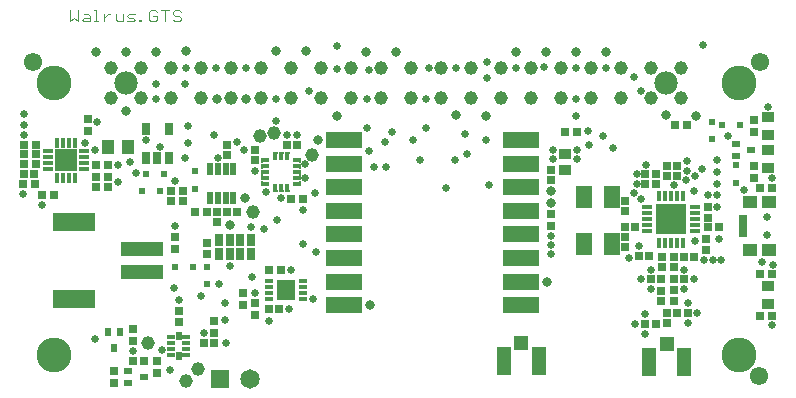
<source format=gts>
G04 Layer_Color=12517567*
%FSLAX43Y43*%
%MOMM*%
G71*
G01*
G75*
%ADD58C,0.125*%
%ADD62C,0.800*%
%ADD63C,0.635*%
%ADD66R,0.450X0.950*%
%ADD67R,0.950X0.450*%
%ADD68R,2.550X2.550*%
%ADD69R,1.925X1.925*%
%ADD70R,0.925X0.425*%
%ADD71R,0.425X0.925*%
%ADD72R,3.550X1.650*%
%ADD73R,3.650X1.150*%
%ADD74R,0.700X1.850*%
%ADD75R,1.150X1.050*%
%ADD76R,0.750X0.650*%
%ADD77R,0.750X0.750*%
%ADD78R,0.675X0.660*%
%ADD79R,1.050X1.150*%
%ADD80R,0.650X0.750*%
%ADD81R,0.750X1.050*%
%ADD82R,0.600X0.470*%
%ADD83R,0.470X0.600*%
%ADD84R,0.660X0.675*%
%ADD85R,0.700X1.000*%
%ADD86R,0.750X0.750*%
%ADD87R,0.705X0.425*%
%ADD88R,0.475X0.755*%
%ADD89R,0.550X0.650*%
%ADD90R,0.650X0.550*%
%ADD91R,1.500X1.700*%
%ADD92R,0.750X0.400*%
%ADD93R,0.422X0.550*%
%ADD94R,0.550X0.422*%
%ADD95R,0.600X1.050*%
%ADD96R,3.150X1.350*%
%ADD97R,0.690X0.650*%
%ADD98R,1.050X0.950*%
%ADD99R,0.650X0.690*%
%ADD100R,1.150X1.200*%
%ADD101R,1.200X2.350*%
%ADD102C,1.550*%
%ADD103R,1.350X1.950*%
%ADD104R,1.050X0.850*%
%ADD105C,2.950*%
%ADD106C,1.150*%
%ADD107C,1.650*%
%ADD108R,1.650X1.650*%
%ADD109C,1.980*%
%ADD110C,1.170*%
G36*
X21225Y18287D02*
X21040D01*
X21040Y18712D01*
X21225D01*
X21225Y18287D01*
D02*
G37*
G36*
X24460Y17788D02*
X24275D01*
X24275Y18212D01*
X24460D01*
X24460Y17788D01*
D02*
G37*
G36*
X21225Y18787D02*
X21040D01*
X21040Y19212D01*
X21225D01*
X21225Y18787D01*
D02*
G37*
G36*
X24460Y18288D02*
X24275D01*
X24275Y18712D01*
X24460D01*
X24460Y18288D01*
D02*
G37*
G36*
X22962Y17290D02*
X22538Y17290D01*
Y17475D01*
X22962D01*
Y17290D01*
D02*
G37*
G36*
X22462D02*
X22038Y17290D01*
X22038Y17475D01*
X22462Y17475D01*
Y17290D01*
D02*
G37*
G36*
X21225Y17787D02*
X21040Y17787D01*
X21040Y18212D01*
X21225Y18212D01*
Y17787D01*
D02*
G37*
G36*
X23462Y17290D02*
X23038Y17290D01*
Y17475D01*
X23462D01*
Y17290D01*
D02*
G37*
G36*
X22462Y20710D02*
Y20525D01*
X22038Y20525D01*
X22038Y20710D01*
X22462Y20710D01*
D02*
G37*
G36*
X24460Y20212D02*
X24460Y19787D01*
X24275Y19788D01*
X24275Y20212D01*
X24460Y20212D01*
D02*
G37*
G36*
X23462Y20710D02*
Y20525D01*
X23038Y20525D01*
X23038Y20710D01*
X23462Y20710D01*
D02*
G37*
G36*
X22962D02*
Y20525D01*
X22538Y20525D01*
X22538Y20710D01*
X22962Y20710D01*
D02*
G37*
G36*
X21225Y19287D02*
X21040D01*
X21040Y19712D01*
X21225D01*
X21225Y19287D01*
D02*
G37*
G36*
X24460Y18788D02*
X24275D01*
X24275Y19212D01*
X24460D01*
X24460Y18788D01*
D02*
G37*
G36*
X21225Y19787D02*
X21040D01*
X21040Y20212D01*
X21225D01*
X21225Y19787D01*
D02*
G37*
G36*
X24460Y19288D02*
X24275D01*
X24275Y19712D01*
X24460D01*
X24460Y19288D01*
D02*
G37*
D58*
X4900Y32750D02*
Y31750D01*
X5233Y32083D01*
X5566Y31750D01*
Y32750D01*
X6066Y32416D02*
X6400D01*
X6566Y32250D01*
Y31750D01*
X6066D01*
X5900Y31917D01*
X6066Y32083D01*
X6566D01*
X6899Y31750D02*
X7233D01*
X7066D01*
Y32750D01*
X6899D01*
X7732Y32416D02*
Y31750D01*
Y32083D01*
X7899Y32250D01*
X8066Y32416D01*
X8232D01*
X8732D02*
Y31917D01*
X8899Y31750D01*
X9399D01*
Y32416D01*
X9732Y31750D02*
X10232D01*
X10398Y31917D01*
X10232Y32083D01*
X9898D01*
X9732Y32250D01*
X9898Y32416D01*
X10398D01*
X10731Y31750D02*
Y31917D01*
X10898D01*
Y31750D01*
X10731D01*
X12231Y32583D02*
X12064Y32750D01*
X11731D01*
X11565Y32583D01*
Y31917D01*
X11731Y31750D01*
X12064D01*
X12231Y31917D01*
Y32250D01*
X11898D01*
X12564Y32750D02*
X13231D01*
X12897D01*
Y31750D01*
X14230Y32583D02*
X14064Y32750D01*
X13730D01*
X13564Y32583D01*
Y32416D01*
X13730Y32250D01*
X14064D01*
X14230Y32083D01*
Y31917D01*
X14064Y31750D01*
X13730D01*
X13564Y31917D01*
D62*
X45250Y9725D02*
D03*
X30250Y7725D02*
D03*
X25900Y21725D02*
D03*
X27450Y23775D02*
D03*
X12185Y29175D02*
D03*
X7095D02*
D03*
X9635D02*
D03*
X40125Y23785D02*
D03*
X37580Y23790D02*
D03*
X57905Y23785D02*
D03*
X55360Y23790D02*
D03*
X24885Y29225D02*
D03*
X22340Y29230D02*
D03*
X14725Y29225D02*
D03*
X45575Y16400D02*
D03*
Y17425D02*
D03*
X18400Y14525D02*
D03*
X19700Y16825D02*
D03*
X17275Y25200D02*
D03*
X19775D02*
D03*
X9650Y24175D02*
D03*
X29950Y29175D02*
D03*
X32500D02*
D03*
X42650D02*
D03*
X45200D02*
D03*
X47750D02*
D03*
X50275D02*
D03*
D63*
X60600Y22050D02*
D03*
X63500Y11400D02*
D03*
X21275Y14175D02*
D03*
X24600Y15825D02*
D03*
Y12875D02*
D03*
X27450Y27740D02*
D03*
X27475Y29700D02*
D03*
X20200Y14375D02*
D03*
X36725Y17675D02*
D03*
X11325Y21700D02*
D03*
X8975Y19600D02*
D03*
X13663Y9212D02*
D03*
X40325Y17925D02*
D03*
X49975Y22025D02*
D03*
X53175Y25825D02*
D03*
X45000Y27900D02*
D03*
X52625Y27025D02*
D03*
X52850Y18825D02*
D03*
X60025Y11575D02*
D03*
X47800Y20100D02*
D03*
X57075Y19900D02*
D03*
X56000Y17900D02*
D03*
X59300Y11575D02*
D03*
X58575D02*
D03*
X57750Y13175D02*
D03*
X52850Y18000D02*
D03*
X47800Y20900D02*
D03*
X48750Y22450D02*
D03*
X45800Y20900D02*
D03*
X57075Y19075D02*
D03*
X57050Y18300D02*
D03*
X53600Y19575D02*
D03*
X6150Y21500D02*
D03*
X7000Y20850D02*
D03*
X2525Y16250D02*
D03*
X23550Y10700D02*
D03*
X23425Y7400D02*
D03*
X21700Y6400D02*
D03*
X16175Y5400D02*
D03*
X24130Y22125D02*
D03*
X23250D02*
D03*
X20500Y19125D02*
D03*
X19625Y20875D02*
D03*
X33900Y21700D02*
D03*
X9975Y19825D02*
D03*
X53200Y16700D02*
D03*
X55750Y15000D02*
D03*
X55000Y14250D02*
D03*
X56500Y14250D02*
D03*
X56500Y15750D02*
D03*
X55000Y15750D02*
D03*
X59625Y16025D02*
D03*
Y17025D02*
D03*
Y18025D02*
D03*
X58850Y17025D02*
D03*
X45800Y20100D02*
D03*
X45575Y12100D02*
D03*
Y12850D02*
D03*
Y13600D02*
D03*
X59625Y20025D02*
D03*
Y19025D02*
D03*
X59825Y13325D02*
D03*
X64300Y6050D02*
D03*
X64000Y24525D02*
D03*
X14075Y8175D02*
D03*
X20500Y8750D02*
D03*
X18050Y4550D02*
D03*
X18400Y11075D02*
D03*
X13750Y14400D02*
D03*
X21500Y17300D02*
D03*
X22750Y16775D02*
D03*
X10175Y3850D02*
D03*
X25450Y8250D02*
D03*
X35300Y27800D02*
D03*
X32175Y22375D02*
D03*
X31550Y21550D02*
D03*
X30625Y19400D02*
D03*
X31625D02*
D03*
X47725Y23775D02*
D03*
X64300Y18475D02*
D03*
X19025Y21575D02*
D03*
X17050Y22150D02*
D03*
X52600Y17250D02*
D03*
X57725Y17400D02*
D03*
X61900Y17500D02*
D03*
X64425Y11125D02*
D03*
X58500Y29750D02*
D03*
X48825Y21275D02*
D03*
X12625Y3925D02*
D03*
X58375Y19300D02*
D03*
X57775Y18650D02*
D03*
X50850Y21000D02*
D03*
X14875Y21450D02*
D03*
Y22925D02*
D03*
X17400Y20225D02*
D03*
X22375Y14950D02*
D03*
X24750Y18500D02*
D03*
Y19650D02*
D03*
X12450Y21125D02*
D03*
X7175Y23275D02*
D03*
X975Y22175D02*
D03*
Y23025D02*
D03*
Y23875D02*
D03*
X925Y17150D02*
D03*
X8950Y18150D02*
D03*
X53020Y12750D02*
D03*
X53220Y9925D02*
D03*
X54045Y9100D02*
D03*
X54045Y10750D02*
D03*
X53570Y6950D02*
D03*
X53570Y5300D02*
D03*
X52745Y6125D02*
D03*
X57155Y6225D02*
D03*
X57155Y7875D02*
D03*
X57980Y7050D02*
D03*
X56865Y9100D02*
D03*
X56865Y10750D02*
D03*
X57690Y9925D02*
D03*
X22350Y23350D02*
D03*
X38350Y22250D02*
D03*
X40125Y21675D02*
D03*
X40150Y26950D02*
D03*
Y28300D02*
D03*
X30200Y27675D02*
D03*
X13376Y2251D02*
D03*
X6950Y4900D02*
D03*
X30200Y20800D02*
D03*
X34500Y20000D02*
D03*
X38500Y20500D02*
D03*
X37500Y20000D02*
D03*
X35025Y25225D02*
D03*
X29975D02*
D03*
X35025Y22725D02*
D03*
X29975D02*
D03*
X47725Y25225D02*
D03*
X22325D02*
D03*
X18000Y6500D02*
D03*
Y7900D02*
D03*
X20300Y10100D02*
D03*
X16000Y8500D02*
D03*
X17500Y9500D02*
D03*
X25700Y12200D02*
D03*
X25600Y17200D02*
D03*
X14600Y20200D02*
D03*
X63850Y15200D02*
D03*
Y13700D02*
D03*
X10500Y18900D02*
D03*
X13750Y18250D02*
D03*
X37550Y27775D02*
D03*
X42650D02*
D03*
X47725D02*
D03*
X50250D02*
D03*
X12150Y25225D02*
D03*
Y26475D02*
D03*
X14650D02*
D03*
X14700Y27775D02*
D03*
X17250D02*
D03*
X19775D02*
D03*
X25100Y25900D02*
D03*
X52200Y11725D02*
D03*
D66*
X56750Y17000D02*
D03*
X56250D02*
D03*
X55750D02*
D03*
X55250D02*
D03*
X54750D02*
D03*
Y13000D02*
D03*
X55250D02*
D03*
X55750D02*
D03*
X56250D02*
D03*
X56750D02*
D03*
D67*
X53750Y16000D02*
D03*
Y15500D02*
D03*
Y15000D02*
D03*
Y14500D02*
D03*
Y14000D02*
D03*
X57750D02*
D03*
Y14500D02*
D03*
Y15000D02*
D03*
Y15500D02*
D03*
Y16000D02*
D03*
D68*
X55750Y15000D02*
D03*
D69*
X4550Y20000D02*
D03*
D70*
X3050Y19250D02*
D03*
Y19750D02*
D03*
X6050Y19750D02*
D03*
Y19250D02*
D03*
Y20250D02*
D03*
Y20750D02*
D03*
X3050D02*
D03*
X3050Y20250D02*
D03*
D71*
X3800Y18500D02*
D03*
X4300D02*
D03*
X4800D02*
D03*
X5300D02*
D03*
Y21500D02*
D03*
X4800Y21500D02*
D03*
X4300D02*
D03*
X3800D02*
D03*
D72*
X5250Y14750D02*
D03*
X5250Y8250D02*
D03*
D73*
X11000Y10500D02*
D03*
Y12500D02*
D03*
D74*
X61825Y14450D02*
D03*
D75*
X62450Y12400D02*
D03*
X64050D02*
D03*
Y16500D02*
D03*
X62450D02*
D03*
D76*
X975Y21325D02*
D03*
X1975D02*
D03*
D77*
Y20525D02*
D03*
X975D02*
D03*
X1975Y19675D02*
D03*
X975D02*
D03*
X925Y18000D02*
D03*
X1925D02*
D03*
X2525Y17100D02*
D03*
X3525D02*
D03*
X7100Y18600D02*
D03*
X8100D02*
D03*
X7100Y17700D02*
D03*
X8100D02*
D03*
X8100Y19600D02*
D03*
X7100D02*
D03*
X14400Y17425D02*
D03*
X13400D02*
D03*
Y16525D02*
D03*
X14400D02*
D03*
X16475Y15625D02*
D03*
X15475D02*
D03*
X21700Y10700D02*
D03*
X22700D02*
D03*
X10175Y3000D02*
D03*
X11175D02*
D03*
X23600Y16700D02*
D03*
X24600D02*
D03*
X47800Y22425D02*
D03*
X46800D02*
D03*
X58850Y14325D02*
D03*
X59850Y14325D02*
D03*
X63300Y10350D02*
D03*
X64300D02*
D03*
X63300Y6850D02*
D03*
X64300D02*
D03*
X63300Y17625D02*
D03*
X64300D02*
D03*
X56125Y23025D02*
D03*
X57125Y23025D02*
D03*
D78*
X1855Y18825D02*
D03*
X975Y18825D02*
D03*
X18125Y15625D02*
D03*
X19005D02*
D03*
X16175Y4550D02*
D03*
X17055D02*
D03*
X21700Y7400D02*
D03*
X22580Y7400D02*
D03*
X23250Y21275D02*
D03*
X24130D02*
D03*
X53595Y18825D02*
D03*
X54475Y18825D02*
D03*
Y18000D02*
D03*
X53595D02*
D03*
X56300Y19500D02*
D03*
X55420D02*
D03*
Y18650D02*
D03*
X56300D02*
D03*
X57705Y11800D02*
D03*
X56825D02*
D03*
X57155Y7050D02*
D03*
X56275D02*
D03*
X54045Y9925D02*
D03*
X54925D02*
D03*
X53020Y11925D02*
D03*
X53900D02*
D03*
X51845Y14375D02*
D03*
X52725D02*
D03*
X53570Y6125D02*
D03*
X54450Y6125D02*
D03*
D79*
X9800Y21100D02*
D03*
X8100D02*
D03*
D80*
X6375Y23475D02*
D03*
Y22475D02*
D03*
X13750Y13500D02*
D03*
X13750Y12500D02*
D03*
X45575Y14425D02*
D03*
Y15425D02*
D03*
D81*
X11325Y20175D02*
D03*
X12275D02*
D03*
X13225D02*
D03*
X13225Y22675D02*
D03*
X11325Y22675D02*
D03*
D82*
X12825Y18875D02*
D03*
X11325Y18875D02*
D03*
X12450Y17430D02*
D03*
X10950D02*
D03*
X13750Y11000D02*
D03*
X15250D02*
D03*
X60100Y22975D02*
D03*
X61600D02*
D03*
D83*
X15475Y17600D02*
D03*
Y19100D02*
D03*
X16450Y11000D02*
D03*
Y9500D02*
D03*
X61250Y19600D02*
D03*
Y18100D02*
D03*
X59200Y21775D02*
D03*
Y23275D02*
D03*
D84*
X17325Y15625D02*
D03*
Y14745D02*
D03*
X16450Y12075D02*
D03*
Y12955D02*
D03*
X20500Y20000D02*
D03*
Y20880D02*
D03*
X18200Y20425D02*
D03*
X18200Y21305D02*
D03*
X58850Y16030D02*
D03*
X58850Y15150D02*
D03*
X58750Y13305D02*
D03*
X58750Y12425D02*
D03*
X55975Y11800D02*
D03*
X55975Y10920D02*
D03*
X56025Y8975D02*
D03*
X56025Y8095D02*
D03*
X55025Y11800D02*
D03*
Y10920D02*
D03*
X51850Y13500D02*
D03*
Y12620D02*
D03*
Y15675D02*
D03*
Y16555D02*
D03*
D85*
X20200Y12075D02*
D03*
X19300D02*
D03*
X18400D02*
D03*
X17500D02*
D03*
X17500Y13275D02*
D03*
X18400Y13275D02*
D03*
X19300Y13275D02*
D03*
X20200Y13275D02*
D03*
D86*
X14075Y6275D02*
D03*
Y7275D02*
D03*
X17100Y6400D02*
D03*
Y5400D02*
D03*
X10175Y4725D02*
D03*
X10175Y5725D02*
D03*
X8600Y2175D02*
D03*
Y1175D02*
D03*
X12275Y3000D02*
D03*
Y2000D02*
D03*
X19500Y8750D02*
D03*
Y7750D02*
D03*
X20500Y7875D02*
D03*
Y6875D02*
D03*
X62800Y19500D02*
D03*
Y18500D02*
D03*
Y22425D02*
D03*
Y23425D02*
D03*
D87*
X14720Y3550D02*
D03*
X13450Y5050D02*
D03*
Y4550D02*
D03*
Y4050D02*
D03*
Y3550D02*
D03*
X14720Y4050D02*
D03*
Y4550D02*
D03*
Y5050D02*
D03*
D88*
X14085Y3440D02*
D03*
Y5160D02*
D03*
D89*
X9100Y5425D02*
D03*
X8100D02*
D03*
X8600Y4125D02*
D03*
D90*
X9800Y2175D02*
D03*
Y1175D02*
D03*
X11100Y1675D02*
D03*
X61250Y21350D02*
D03*
Y20350D02*
D03*
X62550Y20850D02*
D03*
D91*
X23150Y9000D02*
D03*
D92*
X21700Y9250D02*
D03*
X21700Y8750D02*
D03*
Y8250D02*
D03*
X24600D02*
D03*
X24600Y8750D02*
D03*
Y9250D02*
D03*
Y9750D02*
D03*
X21700Y9750D02*
D03*
D93*
X23250Y20250D02*
D03*
Y17750D02*
D03*
X22750D02*
D03*
X22250D02*
D03*
X22750Y20250D02*
D03*
X22250D02*
D03*
D94*
X24000Y20000D02*
D03*
X24000Y19500D02*
D03*
Y19000D02*
D03*
Y18500D02*
D03*
X24000Y18000D02*
D03*
X21500D02*
D03*
X21500Y18500D02*
D03*
Y19000D02*
D03*
Y19500D02*
D03*
X21500Y20000D02*
D03*
D95*
X16750Y16820D02*
D03*
X17400Y16820D02*
D03*
X18050Y16820D02*
D03*
X18700Y16820D02*
D03*
Y19220D02*
D03*
X18050D02*
D03*
X17400D02*
D03*
X16750D02*
D03*
D96*
X28075Y15725D02*
D03*
Y17725D02*
D03*
Y19725D02*
D03*
Y21725D02*
D03*
Y13725D02*
D03*
X28075Y11725D02*
D03*
Y9725D02*
D03*
Y7725D02*
D03*
X43075Y7725D02*
D03*
Y9725D02*
D03*
Y11725D02*
D03*
Y13725D02*
D03*
Y15725D02*
D03*
Y17725D02*
D03*
Y19725D02*
D03*
Y21725D02*
D03*
D97*
X45575Y19140D02*
D03*
Y18300D02*
D03*
X55400Y7050D02*
D03*
Y6210D02*
D03*
X54925Y8950D02*
D03*
Y8110D02*
D03*
D98*
X46800Y19150D02*
D03*
Y20550D02*
D03*
D99*
X56865Y9925D02*
D03*
X56025D02*
D03*
D100*
X43075Y4500D02*
D03*
X55400Y4450D02*
D03*
D101*
X44550Y2975D02*
D03*
X41600D02*
D03*
X53925Y2925D02*
D03*
X56875D02*
D03*
D102*
X63225Y1775D02*
D03*
X63300Y28300D02*
D03*
X1700D02*
D03*
D103*
X48350Y12875D02*
D03*
Y16875D02*
D03*
X50750D02*
D03*
Y12875D02*
D03*
D104*
X64000Y9350D02*
D03*
X64000Y7850D02*
D03*
X64000Y20850D02*
D03*
X64000Y19350D02*
D03*
X64000Y23675D02*
D03*
X64000Y22175D02*
D03*
D105*
X3500Y26500D02*
D03*
X61500D02*
D03*
X61500Y3500D02*
D03*
X3500D02*
D03*
D106*
X20400Y15600D02*
D03*
X11450Y4550D02*
D03*
X14725Y1275D02*
D03*
X15750Y2350D02*
D03*
X25400Y20450D02*
D03*
X20925Y22025D02*
D03*
X22175Y22325D02*
D03*
D107*
X20140Y1500D02*
D03*
D108*
X17600D02*
D03*
D109*
X55360Y26500D02*
D03*
X9640D02*
D03*
D110*
X8370Y27770D02*
D03*
Y25230D02*
D03*
X10910D02*
D03*
Y27770D02*
D03*
X13450Y25230D02*
D03*
Y27770D02*
D03*
X15990Y25230D02*
D03*
Y27770D02*
D03*
X18530Y25230D02*
D03*
Y27770D02*
D03*
X21070Y25230D02*
D03*
Y27770D02*
D03*
X23610Y25230D02*
D03*
Y27770D02*
D03*
X26150Y25230D02*
D03*
Y27770D02*
D03*
X28690Y25230D02*
D03*
Y27770D02*
D03*
X31230Y25230D02*
D03*
Y27770D02*
D03*
X33770Y25230D02*
D03*
Y27770D02*
D03*
X36310Y25230D02*
D03*
Y27770D02*
D03*
X38850Y25230D02*
D03*
Y27770D02*
D03*
X41390Y25230D02*
D03*
Y27770D02*
D03*
X43930Y25230D02*
D03*
Y27770D02*
D03*
X46470Y25230D02*
D03*
Y27770D02*
D03*
X49010Y25230D02*
D03*
Y27770D02*
D03*
X51550Y25230D02*
D03*
Y27770D02*
D03*
X54090Y25230D02*
D03*
Y27770D02*
D03*
X56630Y25230D02*
D03*
Y27770D02*
D03*
M02*

</source>
